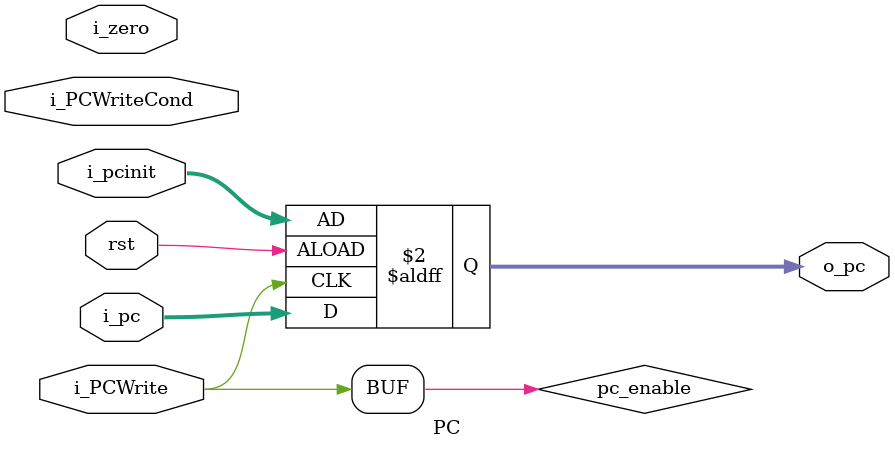
<source format=v>
`timescale 1ns / 1ps


module PC(i_zero,i_PCWriteCond,i_PCWrite,i_pc,o_pc,i_pcinit,rst);
input  rst,i_zero,i_PCWriteCond,i_PCWrite;
input [31:0] i_pc,i_pcinit;
output reg [31:0] o_pc;
wire pc_enable;

assign pc_enable = ( i_PCWrite) ;//| ( i_PCWriteCond & i_zero);
always@( posedge pc_enable, posedge rst)
    if(rst)
        o_pc = i_pcinit;
    else if(pc_enable)
         o_pc = i_pc;
         else 
         o_pc = o_pc;
endmodule


</source>
